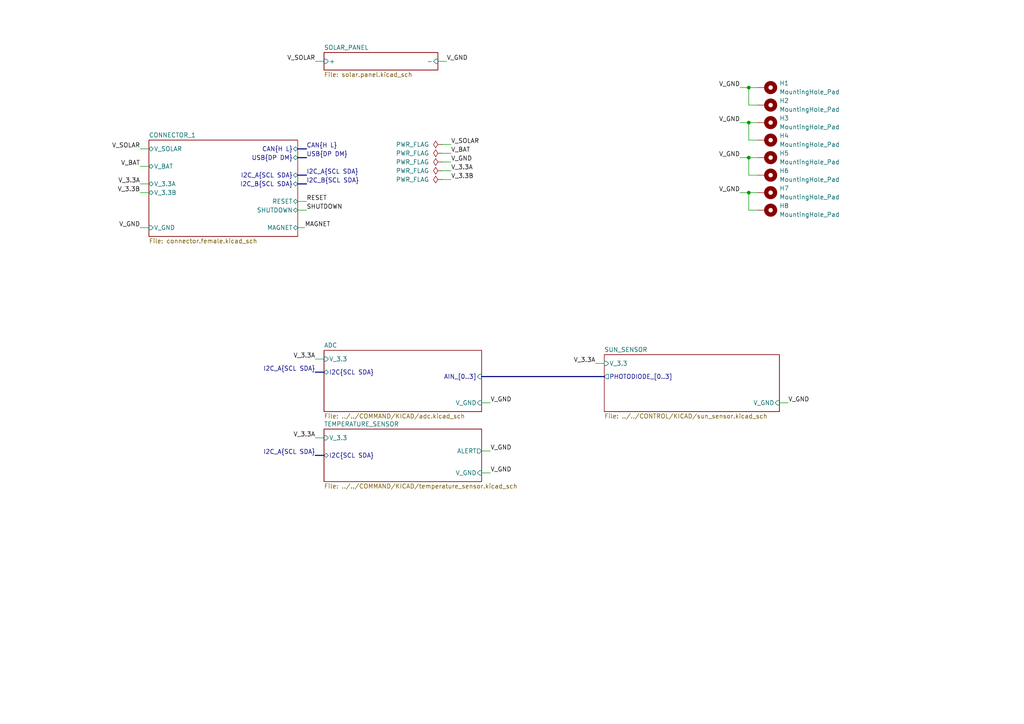
<source format=kicad_sch>
(kicad_sch (version 20231120) (generator "eeschema") (generator_version "8.0")
  (paper "A4")
  (lib_symbols
    (symbol "Mechanical:MountingHole_Pad" (pin_numbers hide) (pin_names (offset 1.016) hide) (exclude_from_sim yes) (in_bom no)
      (property "Reference" "H" (at 0 6.35 0))
      (property "Value" "MountingHole_Pad" (at 0 4.445 0))
      (symbol "MountingHole_Pad_0_1"
        (circle (center 0 1.27) (radius 1.27) (stroke (width 1.27)))
      )
      (symbol "MountingHole_Pad_1_1"
        (pin input line (at 0 -2.54 90) (length 2.54) (name "1") (number "1"))
      )
    )
    (symbol "power:PWR_FLAG" (power) (pin_numbers hide) (pin_names (offset 0) hide)
      (property "Value" "PWR_FLAG" (at 0 3.81 0))
      (symbol "PWR_FLAG_0_0"
        (pin power_out line (at 0 0 90) (length 0) (name "~") (number "1"))
      )
      (symbol "PWR_FLAG_0_1"
        (polyline (pts (xy 0 0) (xy 0 1.27) (xy -1.016 1.905) (xy 0 2.54) (xy 1.016 1.905) (xy 0 1.27)))
      )
    )
  )
  (junction (at 217.17 55.88))
  (junction (at 217.17 35.56))
  (junction (at 217.17 25.4))
  (junction (at 217.17 45.72))
  (wire (pts (xy 130.81 52.07) (xy 128.27 52.07)))
  (wire (pts (xy 214.63 45.72) (xy 217.17 45.72)))
  (bus (pts (xy 86.36 53.34) (xy 88.9 53.34)))
  (wire (pts (xy 172.72 105.41) (xy 175.26 105.41)))
  (wire (pts (xy 139.7 137.16) (xy 142.24 137.16)))
  (wire (pts (xy 40.64 55.88) (xy 43.18 55.88)))
  (wire (pts (xy 91.44 104.14) (xy 93.98 104.14)))
  (bus (pts (xy 86.36 50.8) (xy 88.9 50.8)))
  (wire (pts (xy 86.36 66.04) (xy 88.4066 66.04)))
  (wire (pts (xy 130.81 49.53) (xy 128.27 49.53)))
  (wire (pts (xy 219.71 35.56) (xy 217.17 35.56)))
  (bus (pts (xy 86.36 45.72) (xy 88.9 45.72)))
  (wire (pts (xy 217.17 40.64) (xy 219.71 40.64)))
  (wire (pts (xy 217.17 35.56) (xy 217.17 40.64)))
  (wire (pts (xy 142.24 116.84) (xy 139.7 116.84)))
  (wire (pts (xy 226.06 116.84) (xy 228.6 116.84)))
  (wire (pts (xy 217.17 45.72) (xy 217.17 50.8)))
  (wire (pts (xy 217.17 55.88) (xy 219.71 55.88)))
  (wire (pts (xy 40.64 43.18) (xy 43.18 43.18)))
  (wire (pts (xy 130.81 44.45) (xy 128.27 44.45)))
  (wire (pts (xy 40.64 48.26) (xy 43.18 48.26)))
  (wire (pts (xy 214.63 35.56) (xy 217.17 35.56)))
  (bus (pts (xy 86.36 43.18) (xy 88.9 43.18)))
  (wire (pts (xy 91.44 127) (xy 93.98 127)))
  (wire (pts (xy 219.71 45.72) (xy 217.17 45.72)))
  (wire (pts (xy 217.17 50.8) (xy 219.71 50.8)))
  (wire (pts (xy 217.17 25.4) (xy 217.17 30.48)))
  (wire (pts (xy 217.17 30.48) (xy 219.71 30.48)))
  (wire (pts (xy 88.9 58.42) (xy 86.36 58.42)))
  (bus (pts (xy 139.7 109.22) (xy 175.26 109.22)))
  (wire (pts (xy 217.17 60.96) (xy 219.71 60.96)))
  (wire (pts (xy 88.9 60.96) (xy 86.36 60.96)))
  (wire (pts (xy 219.71 25.4) (xy 217.17 25.4)))
  (wire (pts (xy 217.17 55.88) (xy 217.17 60.96)))
  (wire (pts (xy 214.63 25.4) (xy 217.17 25.4)))
  (wire (pts (xy 40.64 66.04) (xy 43.18 66.04)))
  (wire (pts (xy 40.64 53.34) (xy 43.18 53.34)))
  (wire (pts (xy 130.81 41.91) (xy 128.27 41.91)))
  (wire (pts (xy 142.24 130.81) (xy 139.7 130.81)))
  (wire (pts (xy 130.81 46.99) (xy 128.27 46.99)))
  (bus (pts (xy 91.44 107.95) (xy 93.98 107.95)))
  (wire (pts (xy 214.63 55.88) (xy 217.17 55.88)))
  (wire (pts (xy 91.44 17.78) (xy 93.98 17.78)))
  (wire (pts (xy 127 17.78) (xy 129.54 17.78)))
  (bus (pts (xy 91.44 132.08) (xy 93.98 132.08)))
  (label "I2C_A{SCL SDA}" (at 91.44 132.08 180))
  (label "V_3.3A" (at 91.44 104.14 180))
  (label "V_SOLAR" (at 130.81 41.91 0))
  (label "I2C_A{SCL SDA}" (at 91.44 107.95 180))
  (label "V_GND" (at 214.63 55.88 180))
  (label "V_GND" (at 40.64 66.04 180))
  (label "MAGNET" (at 88.4066 66.04 0))
  (label "V_3.3B" (at 130.81 52.07 0))
  (label "V_GND" (at 214.63 45.72 180))
  (label "V_3.3A" (at 40.64 53.34 180))
  (label "V_GND" (at 228.6 116.84 0))
  (label "V_BAT" (at 130.81 44.45 0))
  (label "V_BAT" (at 40.64 48.26 180))
  (label "RESET" (at 88.9 58.42 0))
  (label "V_GND" (at 130.81 46.99 0))
  (label "V_GND" (at 142.24 137.16 0))
  (label "V_SOLAR" (at 91.44 17.78 180))
  (label "SHUTDOWN" (at 88.9 60.96 0))
  (label "V_3.3A" (at 172.72 105.41 180))
  (label "V_SOLAR" (at 40.64 43.18 180))
  (label "V_GND" (at 142.24 116.84 0))
  (label "I2C_A{SCL SDA}" (at 88.9 50.8 0))
  (label "V_GND" (at 129.54 17.78 0))
  (label "I2C_B{SCL SDA}" (at 88.9 53.34 0))
  (label "CAN{H L}" (at 88.9 43.18 0))
  (label "USB{DP DM}" (at 88.9 45.72 0))
  (label "V_3.3A" (at 130.81 49.53 0))
  (label "V_GND" (at 214.63 25.4 180))
  (label "V_GND" (at 214.63 35.56 180))
  (label "V_3.3B" (at 40.64 55.88 180))
  (label "V_3.3A" (at 91.44 127 180))
  (label "V_GND" (at 142.24 130.81 0))
  (symbol (lib_id "power:PWR_FLAG") (at 128.27 46.99 90) (unit 1)
    (property "Reference" "#FLG03" (effects (hide yes)))
    (property "Value" "PWR_FLAG" (at 124.46 46.9899 90) (effects (justify left)))
    (property "Description" "Special symbol for telling ERC where power comes from" (effects (hide yes)))
  )
  (symbol (lib_id "Mechanical:MountingHole_Pad") (at 222.25 35.56 270) (unit 1) (exclude_from_sim yes) (in_bom no)
    (property "Reference" "H3" (at 226.06 34.2899 90) (effects (justify left)))
    (property "Value" "MountingHole_Pad" (at 226.06 36.8299 90) (effects (justify left)))
    (property "Footprint" "MountingHole:MountingHole_3.2mm_M3_Pad_TopBottom" (effects (hide yes)))
    (property "Description" "Mounting Hole with connection" (effects (hide yes)))
  )
  (symbol (lib_id "power:PWR_FLAG") (at 128.27 41.91 90) (unit 1)
    (property "Reference" "#FLG01" (effects (hide yes)))
    (property "Value" "PWR_FLAG" (at 124.46 41.9099 90) (effects (justify left)))
    (property "Description" "Special symbol for telling ERC where power comes from" (effects (hide yes)))
  )
  (symbol (lib_id "Mechanical:MountingHole_Pad") (at 222.25 55.88 270) (unit 1) (exclude_from_sim yes) (in_bom no)
    (property "Reference" "H7" (at 226.06 54.6099 90) (effects (justify left)))
    (property "Value" "MountingHole_Pad" (at 226.06 57.1499 90) (effects (justify left)))
    (property "Footprint" "MountingHole:MountingHole_3.2mm_M3_Pad_TopBottom" (effects (hide yes)))
    (property "Description" "Mounting Hole with connection" (effects (hide yes)))
  )
  (symbol (lib_id "Mechanical:MountingHole_Pad") (at 222.25 60.96 270) (unit 1) (exclude_from_sim yes) (in_bom no)
    (property "Reference" "H8" (at 226.06 59.6899 90) (effects (justify left)))
    (property "Value" "MountingHole_Pad" (at 226.06 62.2299 90) (effects (justify left)))
    (property "Footprint" "MountingHole:MountingHole_3.2mm_M3_Pad_TopBottom" (effects (hide yes)))
    (property "Description" "Mounting Hole with connection" (effects (hide yes)))
  )
  (symbol (lib_id "power:PWR_FLAG") (at 128.27 52.07 90) (unit 1)
    (property "Reference" "#FLG05" (effects (hide yes)))
    (property "Value" "PWR_FLAG" (at 124.46 52.0699 90) (effects (justify left)))
    (property "Description" "Special symbol for telling ERC where power comes from" (effects (hide yes)))
  )
  (symbol (lib_id "Mechanical:MountingHole_Pad") (at 222.25 40.64 270) (unit 1) (exclude_from_sim yes) (in_bom no)
    (property "Reference" "H4" (at 226.06 39.3699 90) (effects (justify left)))
    (property "Value" "MountingHole_Pad" (at 226.06 41.9099 90) (effects (justify left)))
    (property "Footprint" "MountingHole:MountingHole_3.2mm_M3_Pad_TopBottom" (effects (hide yes)))
    (property "Description" "Mounting Hole with connection" (effects (hide yes)))
  )
  (symbol (lib_id "power:PWR_FLAG") (at 128.27 44.45 90) (unit 1)
    (property "Reference" "#FLG02" (effects (hide yes)))
    (property "Value" "PWR_FLAG" (at 124.46 44.4499 90) (effects (justify left)))
    (property "Description" "Special symbol for telling ERC where power comes from" (effects (hide yes)))
  )
  (symbol (lib_id "Mechanical:MountingHole_Pad") (at 222.25 45.72 270) (unit 1) (exclude_from_sim yes) (in_bom no)
    (property "Reference" "H5" (at 226.06 44.4499 90) (effects (justify left)))
    (property "Value" "MountingHole_Pad" (at 226.06 46.9899 90) (effects (justify left)))
    (property "Footprint" "MountingHole:MountingHole_3.2mm_M3_Pad_TopBottom" (effects (hide yes)))
    (property "Description" "Mounting Hole with connection" (effects (hide yes)))
  )
  (symbol (lib_id "power:PWR_FLAG") (at 128.27 49.53 90) (unit 1)
    (property "Reference" "#FLG04" (effects (hide yes)))
    (property "Value" "PWR_FLAG" (at 124.46 49.5299 90) (effects (justify left)))
    (property "Description" "Special symbol for telling ERC where power comes from" (effects (hide yes)))
  )
  (symbol (lib_id "Mechanical:MountingHole_Pad") (at 222.25 50.8 270) (unit 1) (exclude_from_sim yes) (in_bom no)
    (property "Reference" "H6" (at 226.06 49.5299 90) (effects (justify left)))
    (property "Value" "MountingHole_Pad" (at 226.06 52.0699 90) (effects (justify left)))
    (property "Footprint" "MountingHole:MountingHole_3.2mm_M3_Pad_TopBottom" (effects (hide yes)))
    (property "Description" "Mounting Hole with connection" (effects (hide yes)))
  )
  (symbol (lib_id "Mechanical:MountingHole_Pad") (at 222.25 25.4 270) (unit 1) (exclude_from_sim yes) (in_bom no)
    (property "Reference" "H1" (at 226.06 24.1299 90) (effects (justify left)))
    (property "Value" "MountingHole_Pad" (at 226.06 26.6699 90) (effects (justify left)))
    (property "Footprint" "MountingHole:MountingHole_3.2mm_M3_Pad_TopBottom" (effects (hide yes)))
    (property "Description" "Mounting Hole with connection" (effects (hide yes)))
  )
  (symbol (lib_id "Mechanical:MountingHole_Pad") (at 222.25 30.48 270) (unit 1) (exclude_from_sim yes) (in_bom no)
    (property "Reference" "H2" (at 226.06 29.2099 90) (effects (justify left)))
    (property "Value" "MountingHole_Pad" (at 226.06 31.7499 90) (effects (justify left)))
    (property "Footprint" "MountingHole:MountingHole_3.2mm_M3_Pad_TopBottom" (effects (hide yes)))
    (property "Description" "Mounting Hole with connection" (effects (hide yes)))
  )
  (sheet (at 43.18 40.64) (size 43.18 27.94) (stroke (width 0.1524))
    (property "Sheetname" "CONNECTOR_1" (at 43.18 39.9284 0) (effects (justify left bottom)))
    (property "Sheetfile" "connector.female.kicad_sch" (at 43.18 69.1646 0) (effects (justify left top)))
    (pin "V_GND" input (at 43.18 66.04 180))
    (pin "V_BAT" bidirectional (at 43.18 48.26 180))
    (pin "SHUTDOWN" bidirectional (at 86.36 60.96 0))
    (pin "MAGNET" bidirectional (at 86.36 66.04 0))
    (pin "RESET" bidirectional (at 86.36 58.42 0))
    (pin "V_SOLAR" bidirectional (at 43.18 43.18 180))
    (pin "V_3.3A" bidirectional (at 43.18 53.34 180))
    (pin "V_3.3B" bidirectional (at 43.18 55.88 180))
    (pin "CAN{H L}" bidirectional (at 86.36 43.18 0))
    (pin "I2C_A{SCL SDA}" bidirectional (at 86.36 50.8 0))
    (pin "I2C_B{SCL SDA}" bidirectional (at 86.36 53.34 0))
    (pin "USB{DP DM}" bidirectional (at 86.36 45.72 0))
  )
  (sheet (at 175.26 102.87) (size 50.8 16.51) (stroke (width 0.1524))
    (property "Sheetname" "SUN_SENSOR" (at 175.26 102.1584 0) (effects (justify left bottom)))
    (property "Sheetfile" "../../CONTROL/KICAD/sun_sensor.kicad_sch" (at 175.26 119.9646 0) (effects (justify left top)))
    (pin "V_3.3" input (at 175.26 105.41 180))
    (pin "V_GND" input (at 226.06 116.84 0))
    (pin "PHOTODIODE_[0..3]" output (at 175.26 109.22 180))
  )
  (sheet (at 93.98 15.24) (size 33.02 5.08) (stroke (width 0.1524))
    (property "Sheetname" "SOLAR_PANEL" (at 93.98 14.5284 0) (effects (justify left bottom)))
    (property "Sheetfile" "solar.panel.kicad_sch" (at 93.98 20.9046 0) (effects (justify left top)))
    (pin "+" input (at 93.98 17.78 180))
    (pin "-" input (at 127 17.78 0))
  )
  (sheet (at 93.98 124.46) (size 45.72 15.24) (stroke (width 0.1524))
    (property "Sheetname" "TEMPERATURE_SENSOR" (at 93.98 123.7484 0) (effects (justify left bottom)))
    (property "Sheetfile" "../../COMMAND/KICAD/temperature_sensor.kicad_sch" (at 93.98 140.2846 0) (effects (justify left top)))
    (pin "V_3.3" input (at 93.98 127 180))
    (pin "V_GND" input (at 139.7 137.16 0))
    (pin "ALERT" output (at 139.7 130.81 0))
    (pin "I2C{SCL SDA}" bidirectional (at 93.98 132.08 180))
  )
  (sheet (at 93.98 101.6) (size 45.72 17.78) (stroke (width 0.1524))
    (property "Sheetname" "ADC" (at 93.98 100.8884 0) (effects (justify left bottom)))
    (property "Sheetfile" "../../COMMAND/KICAD/adc.kicad_sch" (at 93.98 119.9646 0) (effects (justify left top)))
    (pin "V_GND" input (at 139.7 116.84 0))
    (pin "V_3.3" input (at 93.98 104.14 180))
    (pin "I2C{SCL SDA}" bidirectional (at 93.98 107.95 180))
    (pin "AIN_[0..3]" input (at 139.7 109.22 0))
  )
)
</source>
